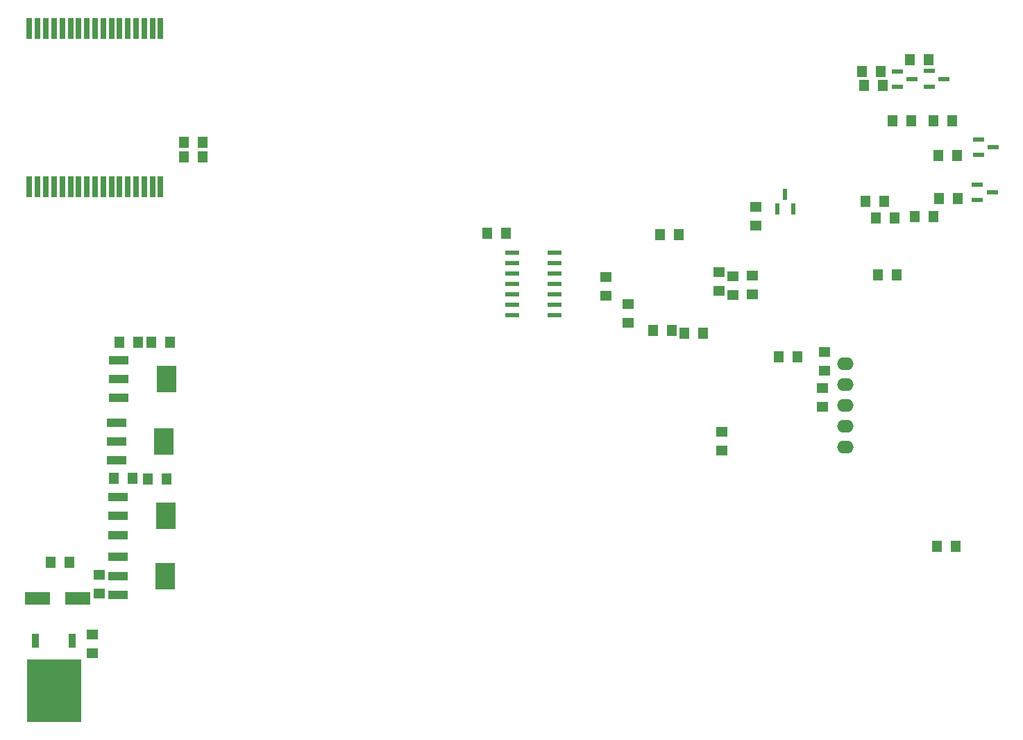
<source format=gbp>
G04*
G04 #@! TF.GenerationSoftware,Altium Limited,Altium Designer,18.1.6 (161)*
G04*
G04 Layer_Color=128*
%FSTAX24Y24*%
%MOIN*%
G70*
G01*
G75*
%ADD26R,0.0550X0.0500*%
%ADD30R,0.0500X0.0550*%
%ADD37R,0.0520X0.0220*%
%ADD114R,0.1240X0.0630*%
%ADD115R,0.0370X0.0670*%
%ADD116R,0.2620X0.3040*%
%ADD117R,0.0945X0.0394*%
%ADD118R,0.0945X0.1299*%
%ADD119R,0.0256X0.1000*%
%ADD120R,0.0670X0.0210*%
%ADD121R,0.0220X0.0520*%
%ADD122O,0.0800X0.0600*%
D26*
X003425Y007868D02*
D03*
Y006969D02*
D03*
X00374Y010709D02*
D03*
Y009809D02*
D03*
X033661Y016698D02*
D03*
Y017598D02*
D03*
X035276Y02748D02*
D03*
Y02838D02*
D03*
X035118Y025079D02*
D03*
Y024179D02*
D03*
X028071Y025034D02*
D03*
Y024134D02*
D03*
X034183Y025054D02*
D03*
Y024154D02*
D03*
X029134Y023735D02*
D03*
Y022835D02*
D03*
X033504Y024356D02*
D03*
Y025256D02*
D03*
X038583Y021417D02*
D03*
Y020517D02*
D03*
X038465Y019685D02*
D03*
Y018785D02*
D03*
D30*
X001423Y011339D02*
D03*
X002323D02*
D03*
X006963Y015315D02*
D03*
X006063D02*
D03*
X00716Y02189D02*
D03*
X00626D02*
D03*
X005624D02*
D03*
X004724D02*
D03*
X005349Y015354D02*
D03*
X004449D02*
D03*
X007795Y031476D02*
D03*
X008695D02*
D03*
X007801Y030787D02*
D03*
X008701D02*
D03*
X023262Y027126D02*
D03*
X022362D02*
D03*
X031591Y027049D02*
D03*
X030691D02*
D03*
X03035Y022441D02*
D03*
X03125D02*
D03*
X03185Y022333D02*
D03*
X03275D02*
D03*
X044882Y012087D02*
D03*
X043982D02*
D03*
X041142Y025118D02*
D03*
X042042D02*
D03*
X036378Y021181D02*
D03*
X037278D02*
D03*
X044994Y02878D02*
D03*
X044094D02*
D03*
X044061Y030866D02*
D03*
X044961D02*
D03*
X041294Y034882D02*
D03*
X040394D02*
D03*
X041378Y034213D02*
D03*
X040478D02*
D03*
X043587Y035453D02*
D03*
X042687D02*
D03*
X041457Y028661D02*
D03*
X040557D02*
D03*
X043819Y027913D02*
D03*
X042919D02*
D03*
X041929Y027874D02*
D03*
X041029D02*
D03*
X044724Y03252D02*
D03*
X043824D02*
D03*
X042756D02*
D03*
X041856D02*
D03*
D37*
X046633Y029094D02*
D03*
X045927Y029469D02*
D03*
Y028719D02*
D03*
X046672Y03126D02*
D03*
X045966Y031635D02*
D03*
Y030885D02*
D03*
X042775Y034528D02*
D03*
X042069Y034903D02*
D03*
Y034153D02*
D03*
X044321Y034537D02*
D03*
X043615Y034912D02*
D03*
Y034162D02*
D03*
D114*
X002697Y009606D02*
D03*
X000768D02*
D03*
D115*
X000689Y007562D02*
D03*
X002461D02*
D03*
D116*
X001575Y005157D02*
D03*
D117*
X004632Y009764D02*
D03*
Y010669D02*
D03*
Y011575D02*
D03*
X004646Y012638D02*
D03*
Y013543D02*
D03*
Y014449D02*
D03*
X004685Y019213D02*
D03*
Y020118D02*
D03*
Y021024D02*
D03*
X004567Y01622D02*
D03*
Y017126D02*
D03*
Y018032D02*
D03*
D118*
X006916Y010669D02*
D03*
X006929Y013543D02*
D03*
X006969Y020118D02*
D03*
X00685Y017126D02*
D03*
D119*
X000394Y02937D02*
D03*
X000787D02*
D03*
X001181D02*
D03*
X001575D02*
D03*
X001969D02*
D03*
X002362D02*
D03*
X002756D02*
D03*
X00315D02*
D03*
X003543D02*
D03*
X003937D02*
D03*
X004331D02*
D03*
X004724D02*
D03*
X005118D02*
D03*
X005512D02*
D03*
X005906D02*
D03*
X006299D02*
D03*
X006693D02*
D03*
Y036969D02*
D03*
X006299D02*
D03*
X005906D02*
D03*
X005512D02*
D03*
X005118D02*
D03*
X004724D02*
D03*
X004331D02*
D03*
X003937D02*
D03*
X003543D02*
D03*
X00315D02*
D03*
X002756D02*
D03*
X002362D02*
D03*
X001969D02*
D03*
X001575D02*
D03*
X001181D02*
D03*
X000787D02*
D03*
X000394D02*
D03*
D120*
X025622Y026185D02*
D03*
Y025685D02*
D03*
Y025185D02*
D03*
Y024685D02*
D03*
Y024185D02*
D03*
Y023685D02*
D03*
Y023185D02*
D03*
X023572D02*
D03*
Y023685D02*
D03*
Y024185D02*
D03*
Y024685D02*
D03*
Y025185D02*
D03*
Y025685D02*
D03*
Y026185D02*
D03*
D121*
X036693Y028995D02*
D03*
X036318Y028289D02*
D03*
X037068D02*
D03*
D122*
X039567Y016858D02*
D03*
Y017858D02*
D03*
Y018858D02*
D03*
Y019858D02*
D03*
Y020858D02*
D03*
M02*

</source>
